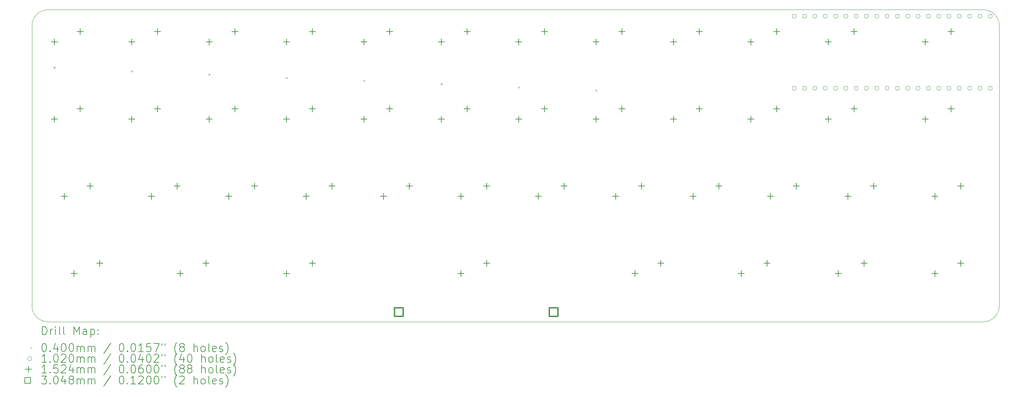
<source format=gbr>
%TF.GenerationSoftware,KiCad,Pcbnew,7.0.9*%
%TF.CreationDate,2024-02-13T22:10:16+01:00*%
%TF.ProjectId,bratski_keyboard,62726174-736b-4695-9f6b-6579626f6172,rev?*%
%TF.SameCoordinates,Original*%
%TF.FileFunction,Drillmap*%
%TF.FilePolarity,Positive*%
%FSLAX45Y45*%
G04 Gerber Fmt 4.5, Leading zero omitted, Abs format (unit mm)*
G04 Created by KiCad (PCBNEW 7.0.9) date 2024-02-13 22:10:16*
%MOMM*%
%LPD*%
G01*
G04 APERTURE LIST*
%ADD10C,0.100000*%
%ADD11C,0.200000*%
%ADD12C,0.102000*%
%ADD13C,0.152400*%
%ADD14C,0.304800*%
G04 APERTURE END LIST*
D10*
X3492500Y-4286250D02*
G75*
G03*
X3095625Y-4683125I0J-396875D01*
G01*
X3095625Y-11588750D02*
G75*
G03*
X3492500Y-11985625I396875J0D01*
G01*
X26511250Y-4286250D02*
X3492500Y-4286250D01*
X26908125Y-11588750D02*
X26908125Y-4683125D01*
X26908130Y-4683125D02*
G75*
G03*
X26511250Y-4286250I-396880J-5D01*
G01*
X3095625Y-4683125D02*
X3095625Y-11588750D01*
X26511250Y-11985625D02*
G75*
G03*
X26908125Y-11588750I0J396875D01*
G01*
X3492500Y-11985625D02*
X26511250Y-11985625D01*
D11*
D10*
X3631250Y-5695000D02*
X3671250Y-5735000D01*
X3671250Y-5695000D02*
X3631250Y-5735000D01*
X5536250Y-5783325D02*
X5576250Y-5823325D01*
X5576250Y-5783325D02*
X5536250Y-5823325D01*
X7441250Y-5862700D02*
X7481250Y-5902700D01*
X7481250Y-5862700D02*
X7441250Y-5902700D01*
X9346250Y-5942075D02*
X9386250Y-5982075D01*
X9386250Y-5942075D02*
X9346250Y-5982075D01*
X11251250Y-6021450D02*
X11291250Y-6061450D01*
X11291250Y-6021450D02*
X11251250Y-6061450D01*
X13156250Y-6100825D02*
X13196250Y-6140825D01*
X13196250Y-6100825D02*
X13156250Y-6140825D01*
X15061250Y-6180200D02*
X15101250Y-6220200D01*
X15101250Y-6180200D02*
X15061250Y-6220200D01*
X16966250Y-6259575D02*
X17006250Y-6299575D01*
X17006250Y-6259575D02*
X16966250Y-6299575D01*
D12*
X21910875Y-4445000D02*
G75*
G03*
X21910875Y-4445000I-51000J0D01*
G01*
X21910875Y-6223000D02*
G75*
G03*
X21910875Y-6223000I-51000J0D01*
G01*
X22164875Y-4445000D02*
G75*
G03*
X22164875Y-4445000I-51000J0D01*
G01*
X22164875Y-6223000D02*
G75*
G03*
X22164875Y-6223000I-51000J0D01*
G01*
X22418875Y-4445000D02*
G75*
G03*
X22418875Y-4445000I-51000J0D01*
G01*
X22418875Y-6223000D02*
G75*
G03*
X22418875Y-6223000I-51000J0D01*
G01*
X22672875Y-4445000D02*
G75*
G03*
X22672875Y-4445000I-51000J0D01*
G01*
X22672875Y-6223000D02*
G75*
G03*
X22672875Y-6223000I-51000J0D01*
G01*
X22926875Y-4445000D02*
G75*
G03*
X22926875Y-4445000I-51000J0D01*
G01*
X22926875Y-6223000D02*
G75*
G03*
X22926875Y-6223000I-51000J0D01*
G01*
X23180875Y-4445000D02*
G75*
G03*
X23180875Y-4445000I-51000J0D01*
G01*
X23180875Y-6223000D02*
G75*
G03*
X23180875Y-6223000I-51000J0D01*
G01*
X23434875Y-4445000D02*
G75*
G03*
X23434875Y-4445000I-51000J0D01*
G01*
X23434875Y-6223000D02*
G75*
G03*
X23434875Y-6223000I-51000J0D01*
G01*
X23688875Y-4445000D02*
G75*
G03*
X23688875Y-4445000I-51000J0D01*
G01*
X23688875Y-6223000D02*
G75*
G03*
X23688875Y-6223000I-51000J0D01*
G01*
X23942875Y-4445000D02*
G75*
G03*
X23942875Y-4445000I-51000J0D01*
G01*
X23942875Y-6223000D02*
G75*
G03*
X23942875Y-6223000I-51000J0D01*
G01*
X24196875Y-4445000D02*
G75*
G03*
X24196875Y-4445000I-51000J0D01*
G01*
X24196875Y-6223000D02*
G75*
G03*
X24196875Y-6223000I-51000J0D01*
G01*
X24450875Y-4445000D02*
G75*
G03*
X24450875Y-4445000I-51000J0D01*
G01*
X24450875Y-6223000D02*
G75*
G03*
X24450875Y-6223000I-51000J0D01*
G01*
X24704875Y-4445000D02*
G75*
G03*
X24704875Y-4445000I-51000J0D01*
G01*
X24704875Y-6223000D02*
G75*
G03*
X24704875Y-6223000I-51000J0D01*
G01*
X24958875Y-4445000D02*
G75*
G03*
X24958875Y-4445000I-51000J0D01*
G01*
X24958875Y-6223000D02*
G75*
G03*
X24958875Y-6223000I-51000J0D01*
G01*
X25212875Y-4445000D02*
G75*
G03*
X25212875Y-4445000I-51000J0D01*
G01*
X25212875Y-6223000D02*
G75*
G03*
X25212875Y-6223000I-51000J0D01*
G01*
X25466875Y-4445000D02*
G75*
G03*
X25466875Y-4445000I-51000J0D01*
G01*
X25466875Y-6223000D02*
G75*
G03*
X25466875Y-6223000I-51000J0D01*
G01*
X25720875Y-4445000D02*
G75*
G03*
X25720875Y-4445000I-51000J0D01*
G01*
X25720875Y-6223000D02*
G75*
G03*
X25720875Y-6223000I-51000J0D01*
G01*
X25974875Y-4445000D02*
G75*
G03*
X25974875Y-4445000I-51000J0D01*
G01*
X25974875Y-6223000D02*
G75*
G03*
X25974875Y-6223000I-51000J0D01*
G01*
X26228875Y-4445000D02*
G75*
G03*
X26228875Y-4445000I-51000J0D01*
G01*
X26228875Y-6223000D02*
G75*
G03*
X26228875Y-6223000I-51000J0D01*
G01*
X26482875Y-4445000D02*
G75*
G03*
X26482875Y-4445000I-51000J0D01*
G01*
X26482875Y-6223000D02*
G75*
G03*
X26482875Y-6223000I-51000J0D01*
G01*
X26736875Y-4445000D02*
G75*
G03*
X26736875Y-4445000I-51000J0D01*
G01*
X26736875Y-6223000D02*
G75*
G03*
X26736875Y-6223000I-51000J0D01*
G01*
D13*
X3651250Y-5003800D02*
X3651250Y-5156200D01*
X3575050Y-5080000D02*
X3727450Y-5080000D01*
X3651250Y-6908800D02*
X3651250Y-7061200D01*
X3575050Y-6985000D02*
X3727450Y-6985000D01*
X3889375Y-8813800D02*
X3889375Y-8966200D01*
X3813175Y-8890000D02*
X3965575Y-8890000D01*
X4127500Y-10718800D02*
X4127500Y-10871200D01*
X4051300Y-10795000D02*
X4203700Y-10795000D01*
X4286250Y-4749800D02*
X4286250Y-4902200D01*
X4210050Y-4826000D02*
X4362450Y-4826000D01*
X4286250Y-6654800D02*
X4286250Y-6807200D01*
X4210050Y-6731000D02*
X4362450Y-6731000D01*
X4524375Y-8559800D02*
X4524375Y-8712200D01*
X4448175Y-8636000D02*
X4600575Y-8636000D01*
X4762500Y-10464800D02*
X4762500Y-10617200D01*
X4686300Y-10541000D02*
X4838700Y-10541000D01*
X5556250Y-5003800D02*
X5556250Y-5156200D01*
X5480050Y-5080000D02*
X5632450Y-5080000D01*
X5556250Y-6908800D02*
X5556250Y-7061200D01*
X5480050Y-6985000D02*
X5632450Y-6985000D01*
X6032500Y-8813800D02*
X6032500Y-8966200D01*
X5956300Y-8890000D02*
X6108700Y-8890000D01*
X6191250Y-4749800D02*
X6191250Y-4902200D01*
X6115050Y-4826000D02*
X6267450Y-4826000D01*
X6191250Y-6654800D02*
X6191250Y-6807200D01*
X6115050Y-6731000D02*
X6267450Y-6731000D01*
X6667500Y-8559800D02*
X6667500Y-8712200D01*
X6591300Y-8636000D02*
X6743700Y-8636000D01*
X6746875Y-10718800D02*
X6746875Y-10871200D01*
X6670675Y-10795000D02*
X6823075Y-10795000D01*
X7381875Y-10464800D02*
X7381875Y-10617200D01*
X7305675Y-10541000D02*
X7458075Y-10541000D01*
X7461250Y-5003800D02*
X7461250Y-5156200D01*
X7385050Y-5080000D02*
X7537450Y-5080000D01*
X7461250Y-6908800D02*
X7461250Y-7061200D01*
X7385050Y-6985000D02*
X7537450Y-6985000D01*
X7937500Y-8813800D02*
X7937500Y-8966200D01*
X7861300Y-8890000D02*
X8013700Y-8890000D01*
X8096250Y-4749800D02*
X8096250Y-4902200D01*
X8020050Y-4826000D02*
X8172450Y-4826000D01*
X8096250Y-6654800D02*
X8096250Y-6807200D01*
X8020050Y-6731000D02*
X8172450Y-6731000D01*
X8572500Y-8559800D02*
X8572500Y-8712200D01*
X8496300Y-8636000D02*
X8648700Y-8636000D01*
X9366250Y-5003800D02*
X9366250Y-5156200D01*
X9290050Y-5080000D02*
X9442450Y-5080000D01*
X9366250Y-6908800D02*
X9366250Y-7061200D01*
X9290050Y-6985000D02*
X9442450Y-6985000D01*
X9366250Y-10718800D02*
X9366250Y-10871200D01*
X9290050Y-10795000D02*
X9442450Y-10795000D01*
X9842500Y-8813800D02*
X9842500Y-8966200D01*
X9766300Y-8890000D02*
X9918700Y-8890000D01*
X10001250Y-4749800D02*
X10001250Y-4902200D01*
X9925050Y-4826000D02*
X10077450Y-4826000D01*
X10001250Y-6654800D02*
X10001250Y-6807200D01*
X9925050Y-6731000D02*
X10077450Y-6731000D01*
X10001250Y-10464800D02*
X10001250Y-10617200D01*
X9925050Y-10541000D02*
X10077450Y-10541000D01*
X10477500Y-8559800D02*
X10477500Y-8712200D01*
X10401300Y-8636000D02*
X10553700Y-8636000D01*
X11271250Y-5003800D02*
X11271250Y-5156200D01*
X11195050Y-5080000D02*
X11347450Y-5080000D01*
X11271250Y-6908800D02*
X11271250Y-7061200D01*
X11195050Y-6985000D02*
X11347450Y-6985000D01*
X11747500Y-8813800D02*
X11747500Y-8966200D01*
X11671300Y-8890000D02*
X11823700Y-8890000D01*
X11906250Y-4749800D02*
X11906250Y-4902200D01*
X11830050Y-4826000D02*
X11982450Y-4826000D01*
X11906250Y-6654800D02*
X11906250Y-6807200D01*
X11830050Y-6731000D02*
X11982450Y-6731000D01*
X12382500Y-8559800D02*
X12382500Y-8712200D01*
X12306300Y-8636000D02*
X12458700Y-8636000D01*
X13176250Y-5003800D02*
X13176250Y-5156200D01*
X13100050Y-5080000D02*
X13252450Y-5080000D01*
X13176250Y-6908800D02*
X13176250Y-7061200D01*
X13100050Y-6985000D02*
X13252450Y-6985000D01*
X13652500Y-8813800D02*
X13652500Y-8966200D01*
X13576300Y-8890000D02*
X13728700Y-8890000D01*
X13652500Y-10718800D02*
X13652500Y-10871200D01*
X13576300Y-10795000D02*
X13728700Y-10795000D01*
X13811250Y-4749800D02*
X13811250Y-4902200D01*
X13735050Y-4826000D02*
X13887450Y-4826000D01*
X13811250Y-6654800D02*
X13811250Y-6807200D01*
X13735050Y-6731000D02*
X13887450Y-6731000D01*
X14287500Y-8559800D02*
X14287500Y-8712200D01*
X14211300Y-8636000D02*
X14363700Y-8636000D01*
X14287500Y-10464800D02*
X14287500Y-10617200D01*
X14211300Y-10541000D02*
X14363700Y-10541000D01*
X15081250Y-5003800D02*
X15081250Y-5156200D01*
X15005050Y-5080000D02*
X15157450Y-5080000D01*
X15081250Y-6908800D02*
X15081250Y-7061200D01*
X15005050Y-6985000D02*
X15157450Y-6985000D01*
X15557500Y-8813800D02*
X15557500Y-8966200D01*
X15481300Y-8890000D02*
X15633700Y-8890000D01*
X15716250Y-4749800D02*
X15716250Y-4902200D01*
X15640050Y-4826000D02*
X15792450Y-4826000D01*
X15716250Y-6654800D02*
X15716250Y-6807200D01*
X15640050Y-6731000D02*
X15792450Y-6731000D01*
X16192500Y-8559800D02*
X16192500Y-8712200D01*
X16116300Y-8636000D02*
X16268700Y-8636000D01*
X16986250Y-5003800D02*
X16986250Y-5156200D01*
X16910050Y-5080000D02*
X17062450Y-5080000D01*
X16986250Y-6908800D02*
X16986250Y-7061200D01*
X16910050Y-6985000D02*
X17062450Y-6985000D01*
X17462500Y-8813800D02*
X17462500Y-8966200D01*
X17386300Y-8890000D02*
X17538700Y-8890000D01*
X17621250Y-4749800D02*
X17621250Y-4902200D01*
X17545050Y-4826000D02*
X17697450Y-4826000D01*
X17621250Y-6654800D02*
X17621250Y-6807200D01*
X17545050Y-6731000D02*
X17697450Y-6731000D01*
X17938750Y-10718800D02*
X17938750Y-10871200D01*
X17862550Y-10795000D02*
X18014950Y-10795000D01*
X18097500Y-8559800D02*
X18097500Y-8712200D01*
X18021300Y-8636000D02*
X18173700Y-8636000D01*
X18573750Y-10464800D02*
X18573750Y-10617200D01*
X18497550Y-10541000D02*
X18649950Y-10541000D01*
X18891250Y-5003800D02*
X18891250Y-5156200D01*
X18815050Y-5080000D02*
X18967450Y-5080000D01*
X18891250Y-6908800D02*
X18891250Y-7061200D01*
X18815050Y-6985000D02*
X18967450Y-6985000D01*
X19367500Y-8813800D02*
X19367500Y-8966200D01*
X19291300Y-8890000D02*
X19443700Y-8890000D01*
X19526250Y-4749800D02*
X19526250Y-4902200D01*
X19450050Y-4826000D02*
X19602450Y-4826000D01*
X19526250Y-6654800D02*
X19526250Y-6807200D01*
X19450050Y-6731000D02*
X19602450Y-6731000D01*
X20002500Y-8559800D02*
X20002500Y-8712200D01*
X19926300Y-8636000D02*
X20078700Y-8636000D01*
X20558125Y-10718800D02*
X20558125Y-10871200D01*
X20481925Y-10795000D02*
X20634325Y-10795000D01*
X20796250Y-5003800D02*
X20796250Y-5156200D01*
X20720050Y-5080000D02*
X20872450Y-5080000D01*
X20796250Y-6908800D02*
X20796250Y-7061200D01*
X20720050Y-6985000D02*
X20872450Y-6985000D01*
X21193125Y-10464800D02*
X21193125Y-10617200D01*
X21116925Y-10541000D02*
X21269325Y-10541000D01*
X21272500Y-8813800D02*
X21272500Y-8966200D01*
X21196300Y-8890000D02*
X21348700Y-8890000D01*
X21431250Y-4749800D02*
X21431250Y-4902200D01*
X21355050Y-4826000D02*
X21507450Y-4826000D01*
X21431250Y-6654800D02*
X21431250Y-6807200D01*
X21355050Y-6731000D02*
X21507450Y-6731000D01*
X21907500Y-8559800D02*
X21907500Y-8712200D01*
X21831300Y-8636000D02*
X21983700Y-8636000D01*
X22701250Y-5003800D02*
X22701250Y-5156200D01*
X22625050Y-5080000D02*
X22777450Y-5080000D01*
X22701250Y-6908800D02*
X22701250Y-7061200D01*
X22625050Y-6985000D02*
X22777450Y-6985000D01*
X22939375Y-10718800D02*
X22939375Y-10871200D01*
X22863175Y-10795000D02*
X23015575Y-10795000D01*
X23177500Y-8813800D02*
X23177500Y-8966200D01*
X23101300Y-8890000D02*
X23253700Y-8890000D01*
X23336250Y-4749800D02*
X23336250Y-4902200D01*
X23260050Y-4826000D02*
X23412450Y-4826000D01*
X23336250Y-6654800D02*
X23336250Y-6807200D01*
X23260050Y-6731000D02*
X23412450Y-6731000D01*
X23574375Y-10464800D02*
X23574375Y-10617200D01*
X23498175Y-10541000D02*
X23650575Y-10541000D01*
X23812500Y-8559800D02*
X23812500Y-8712200D01*
X23736300Y-8636000D02*
X23888700Y-8636000D01*
X25082500Y-5003800D02*
X25082500Y-5156200D01*
X25006300Y-5080000D02*
X25158700Y-5080000D01*
X25082500Y-6908800D02*
X25082500Y-7061200D01*
X25006300Y-6985000D02*
X25158700Y-6985000D01*
X25320625Y-8813800D02*
X25320625Y-8966200D01*
X25244425Y-8890000D02*
X25396825Y-8890000D01*
X25320625Y-10718800D02*
X25320625Y-10871200D01*
X25244425Y-10795000D02*
X25396825Y-10795000D01*
X25717500Y-4749800D02*
X25717500Y-4902200D01*
X25641300Y-4826000D02*
X25793700Y-4826000D01*
X25717500Y-6654800D02*
X25717500Y-6807200D01*
X25641300Y-6731000D02*
X25793700Y-6731000D01*
X25955625Y-8559800D02*
X25955625Y-8712200D01*
X25879425Y-8636000D02*
X26031825Y-8636000D01*
X25955625Y-10464800D02*
X25955625Y-10617200D01*
X25879425Y-10541000D02*
X26031825Y-10541000D01*
D14*
X12236264Y-11855264D02*
X12236264Y-11639736D01*
X12020736Y-11639736D01*
X12020736Y-11855264D01*
X12236264Y-11855264D01*
X16046264Y-11855264D02*
X16046264Y-11639736D01*
X15830736Y-11639736D01*
X15830736Y-11855264D01*
X16046264Y-11855264D01*
D11*
X3351402Y-12302109D02*
X3351402Y-12102109D01*
X3351402Y-12102109D02*
X3399021Y-12102109D01*
X3399021Y-12102109D02*
X3427592Y-12111633D01*
X3427592Y-12111633D02*
X3446640Y-12130680D01*
X3446640Y-12130680D02*
X3456164Y-12149728D01*
X3456164Y-12149728D02*
X3465687Y-12187823D01*
X3465687Y-12187823D02*
X3465687Y-12216394D01*
X3465687Y-12216394D02*
X3456164Y-12254490D01*
X3456164Y-12254490D02*
X3446640Y-12273537D01*
X3446640Y-12273537D02*
X3427592Y-12292585D01*
X3427592Y-12292585D02*
X3399021Y-12302109D01*
X3399021Y-12302109D02*
X3351402Y-12302109D01*
X3551402Y-12302109D02*
X3551402Y-12168775D01*
X3551402Y-12206871D02*
X3560926Y-12187823D01*
X3560926Y-12187823D02*
X3570449Y-12178299D01*
X3570449Y-12178299D02*
X3589497Y-12168775D01*
X3589497Y-12168775D02*
X3608545Y-12168775D01*
X3675211Y-12302109D02*
X3675211Y-12168775D01*
X3675211Y-12102109D02*
X3665687Y-12111633D01*
X3665687Y-12111633D02*
X3675211Y-12121156D01*
X3675211Y-12121156D02*
X3684735Y-12111633D01*
X3684735Y-12111633D02*
X3675211Y-12102109D01*
X3675211Y-12102109D02*
X3675211Y-12121156D01*
X3799021Y-12302109D02*
X3779973Y-12292585D01*
X3779973Y-12292585D02*
X3770449Y-12273537D01*
X3770449Y-12273537D02*
X3770449Y-12102109D01*
X3903783Y-12302109D02*
X3884735Y-12292585D01*
X3884735Y-12292585D02*
X3875211Y-12273537D01*
X3875211Y-12273537D02*
X3875211Y-12102109D01*
X4132354Y-12302109D02*
X4132354Y-12102109D01*
X4132354Y-12102109D02*
X4199021Y-12244966D01*
X4199021Y-12244966D02*
X4265688Y-12102109D01*
X4265688Y-12102109D02*
X4265688Y-12302109D01*
X4446640Y-12302109D02*
X4446640Y-12197347D01*
X4446640Y-12197347D02*
X4437116Y-12178299D01*
X4437116Y-12178299D02*
X4418069Y-12168775D01*
X4418069Y-12168775D02*
X4379973Y-12168775D01*
X4379973Y-12168775D02*
X4360926Y-12178299D01*
X4446640Y-12292585D02*
X4427592Y-12302109D01*
X4427592Y-12302109D02*
X4379973Y-12302109D01*
X4379973Y-12302109D02*
X4360926Y-12292585D01*
X4360926Y-12292585D02*
X4351402Y-12273537D01*
X4351402Y-12273537D02*
X4351402Y-12254490D01*
X4351402Y-12254490D02*
X4360926Y-12235442D01*
X4360926Y-12235442D02*
X4379973Y-12225918D01*
X4379973Y-12225918D02*
X4427592Y-12225918D01*
X4427592Y-12225918D02*
X4446640Y-12216394D01*
X4541878Y-12168775D02*
X4541878Y-12368775D01*
X4541878Y-12178299D02*
X4560926Y-12168775D01*
X4560926Y-12168775D02*
X4599021Y-12168775D01*
X4599021Y-12168775D02*
X4618069Y-12178299D01*
X4618069Y-12178299D02*
X4627592Y-12187823D01*
X4627592Y-12187823D02*
X4637116Y-12206871D01*
X4637116Y-12206871D02*
X4637116Y-12264013D01*
X4637116Y-12264013D02*
X4627592Y-12283061D01*
X4627592Y-12283061D02*
X4618069Y-12292585D01*
X4618069Y-12292585D02*
X4599021Y-12302109D01*
X4599021Y-12302109D02*
X4560926Y-12302109D01*
X4560926Y-12302109D02*
X4541878Y-12292585D01*
X4722830Y-12283061D02*
X4732354Y-12292585D01*
X4732354Y-12292585D02*
X4722830Y-12302109D01*
X4722830Y-12302109D02*
X4713307Y-12292585D01*
X4713307Y-12292585D02*
X4722830Y-12283061D01*
X4722830Y-12283061D02*
X4722830Y-12302109D01*
X4722830Y-12178299D02*
X4732354Y-12187823D01*
X4732354Y-12187823D02*
X4722830Y-12197347D01*
X4722830Y-12197347D02*
X4713307Y-12187823D01*
X4713307Y-12187823D02*
X4722830Y-12178299D01*
X4722830Y-12178299D02*
X4722830Y-12197347D01*
D10*
X3050625Y-12610625D02*
X3090625Y-12650625D01*
X3090625Y-12610625D02*
X3050625Y-12650625D01*
D11*
X3389497Y-12522109D02*
X3408545Y-12522109D01*
X3408545Y-12522109D02*
X3427592Y-12531633D01*
X3427592Y-12531633D02*
X3437116Y-12541156D01*
X3437116Y-12541156D02*
X3446640Y-12560204D01*
X3446640Y-12560204D02*
X3456164Y-12598299D01*
X3456164Y-12598299D02*
X3456164Y-12645918D01*
X3456164Y-12645918D02*
X3446640Y-12684013D01*
X3446640Y-12684013D02*
X3437116Y-12703061D01*
X3437116Y-12703061D02*
X3427592Y-12712585D01*
X3427592Y-12712585D02*
X3408545Y-12722109D01*
X3408545Y-12722109D02*
X3389497Y-12722109D01*
X3389497Y-12722109D02*
X3370449Y-12712585D01*
X3370449Y-12712585D02*
X3360926Y-12703061D01*
X3360926Y-12703061D02*
X3351402Y-12684013D01*
X3351402Y-12684013D02*
X3341878Y-12645918D01*
X3341878Y-12645918D02*
X3341878Y-12598299D01*
X3341878Y-12598299D02*
X3351402Y-12560204D01*
X3351402Y-12560204D02*
X3360926Y-12541156D01*
X3360926Y-12541156D02*
X3370449Y-12531633D01*
X3370449Y-12531633D02*
X3389497Y-12522109D01*
X3541878Y-12703061D02*
X3551402Y-12712585D01*
X3551402Y-12712585D02*
X3541878Y-12722109D01*
X3541878Y-12722109D02*
X3532354Y-12712585D01*
X3532354Y-12712585D02*
X3541878Y-12703061D01*
X3541878Y-12703061D02*
X3541878Y-12722109D01*
X3722830Y-12588775D02*
X3722830Y-12722109D01*
X3675211Y-12512585D02*
X3627592Y-12655442D01*
X3627592Y-12655442D02*
X3751402Y-12655442D01*
X3865687Y-12522109D02*
X3884735Y-12522109D01*
X3884735Y-12522109D02*
X3903783Y-12531633D01*
X3903783Y-12531633D02*
X3913307Y-12541156D01*
X3913307Y-12541156D02*
X3922830Y-12560204D01*
X3922830Y-12560204D02*
X3932354Y-12598299D01*
X3932354Y-12598299D02*
X3932354Y-12645918D01*
X3932354Y-12645918D02*
X3922830Y-12684013D01*
X3922830Y-12684013D02*
X3913307Y-12703061D01*
X3913307Y-12703061D02*
X3903783Y-12712585D01*
X3903783Y-12712585D02*
X3884735Y-12722109D01*
X3884735Y-12722109D02*
X3865687Y-12722109D01*
X3865687Y-12722109D02*
X3846640Y-12712585D01*
X3846640Y-12712585D02*
X3837116Y-12703061D01*
X3837116Y-12703061D02*
X3827592Y-12684013D01*
X3827592Y-12684013D02*
X3818068Y-12645918D01*
X3818068Y-12645918D02*
X3818068Y-12598299D01*
X3818068Y-12598299D02*
X3827592Y-12560204D01*
X3827592Y-12560204D02*
X3837116Y-12541156D01*
X3837116Y-12541156D02*
X3846640Y-12531633D01*
X3846640Y-12531633D02*
X3865687Y-12522109D01*
X4056164Y-12522109D02*
X4075211Y-12522109D01*
X4075211Y-12522109D02*
X4094259Y-12531633D01*
X4094259Y-12531633D02*
X4103783Y-12541156D01*
X4103783Y-12541156D02*
X4113307Y-12560204D01*
X4113307Y-12560204D02*
X4122830Y-12598299D01*
X4122830Y-12598299D02*
X4122830Y-12645918D01*
X4122830Y-12645918D02*
X4113307Y-12684013D01*
X4113307Y-12684013D02*
X4103783Y-12703061D01*
X4103783Y-12703061D02*
X4094259Y-12712585D01*
X4094259Y-12712585D02*
X4075211Y-12722109D01*
X4075211Y-12722109D02*
X4056164Y-12722109D01*
X4056164Y-12722109D02*
X4037116Y-12712585D01*
X4037116Y-12712585D02*
X4027592Y-12703061D01*
X4027592Y-12703061D02*
X4018068Y-12684013D01*
X4018068Y-12684013D02*
X4008545Y-12645918D01*
X4008545Y-12645918D02*
X4008545Y-12598299D01*
X4008545Y-12598299D02*
X4018068Y-12560204D01*
X4018068Y-12560204D02*
X4027592Y-12541156D01*
X4027592Y-12541156D02*
X4037116Y-12531633D01*
X4037116Y-12531633D02*
X4056164Y-12522109D01*
X4208545Y-12722109D02*
X4208545Y-12588775D01*
X4208545Y-12607823D02*
X4218069Y-12598299D01*
X4218069Y-12598299D02*
X4237116Y-12588775D01*
X4237116Y-12588775D02*
X4265688Y-12588775D01*
X4265688Y-12588775D02*
X4284735Y-12598299D01*
X4284735Y-12598299D02*
X4294259Y-12617347D01*
X4294259Y-12617347D02*
X4294259Y-12722109D01*
X4294259Y-12617347D02*
X4303783Y-12598299D01*
X4303783Y-12598299D02*
X4322830Y-12588775D01*
X4322830Y-12588775D02*
X4351402Y-12588775D01*
X4351402Y-12588775D02*
X4370450Y-12598299D01*
X4370450Y-12598299D02*
X4379973Y-12617347D01*
X4379973Y-12617347D02*
X4379973Y-12722109D01*
X4475211Y-12722109D02*
X4475211Y-12588775D01*
X4475211Y-12607823D02*
X4484735Y-12598299D01*
X4484735Y-12598299D02*
X4503783Y-12588775D01*
X4503783Y-12588775D02*
X4532354Y-12588775D01*
X4532354Y-12588775D02*
X4551402Y-12598299D01*
X4551402Y-12598299D02*
X4560926Y-12617347D01*
X4560926Y-12617347D02*
X4560926Y-12722109D01*
X4560926Y-12617347D02*
X4570450Y-12598299D01*
X4570450Y-12598299D02*
X4589497Y-12588775D01*
X4589497Y-12588775D02*
X4618069Y-12588775D01*
X4618069Y-12588775D02*
X4637116Y-12598299D01*
X4637116Y-12598299D02*
X4646640Y-12617347D01*
X4646640Y-12617347D02*
X4646640Y-12722109D01*
X5037116Y-12512585D02*
X4865688Y-12769728D01*
X5294259Y-12522109D02*
X5313307Y-12522109D01*
X5313307Y-12522109D02*
X5332354Y-12531633D01*
X5332354Y-12531633D02*
X5341878Y-12541156D01*
X5341878Y-12541156D02*
X5351402Y-12560204D01*
X5351402Y-12560204D02*
X5360926Y-12598299D01*
X5360926Y-12598299D02*
X5360926Y-12645918D01*
X5360926Y-12645918D02*
X5351402Y-12684013D01*
X5351402Y-12684013D02*
X5341878Y-12703061D01*
X5341878Y-12703061D02*
X5332354Y-12712585D01*
X5332354Y-12712585D02*
X5313307Y-12722109D01*
X5313307Y-12722109D02*
X5294259Y-12722109D01*
X5294259Y-12722109D02*
X5275212Y-12712585D01*
X5275212Y-12712585D02*
X5265688Y-12703061D01*
X5265688Y-12703061D02*
X5256164Y-12684013D01*
X5256164Y-12684013D02*
X5246640Y-12645918D01*
X5246640Y-12645918D02*
X5246640Y-12598299D01*
X5246640Y-12598299D02*
X5256164Y-12560204D01*
X5256164Y-12560204D02*
X5265688Y-12541156D01*
X5265688Y-12541156D02*
X5275212Y-12531633D01*
X5275212Y-12531633D02*
X5294259Y-12522109D01*
X5446640Y-12703061D02*
X5456164Y-12712585D01*
X5456164Y-12712585D02*
X5446640Y-12722109D01*
X5446640Y-12722109D02*
X5437116Y-12712585D01*
X5437116Y-12712585D02*
X5446640Y-12703061D01*
X5446640Y-12703061D02*
X5446640Y-12722109D01*
X5579973Y-12522109D02*
X5599021Y-12522109D01*
X5599021Y-12522109D02*
X5618069Y-12531633D01*
X5618069Y-12531633D02*
X5627592Y-12541156D01*
X5627592Y-12541156D02*
X5637116Y-12560204D01*
X5637116Y-12560204D02*
X5646640Y-12598299D01*
X5646640Y-12598299D02*
X5646640Y-12645918D01*
X5646640Y-12645918D02*
X5637116Y-12684013D01*
X5637116Y-12684013D02*
X5627592Y-12703061D01*
X5627592Y-12703061D02*
X5618069Y-12712585D01*
X5618069Y-12712585D02*
X5599021Y-12722109D01*
X5599021Y-12722109D02*
X5579973Y-12722109D01*
X5579973Y-12722109D02*
X5560926Y-12712585D01*
X5560926Y-12712585D02*
X5551402Y-12703061D01*
X5551402Y-12703061D02*
X5541878Y-12684013D01*
X5541878Y-12684013D02*
X5532354Y-12645918D01*
X5532354Y-12645918D02*
X5532354Y-12598299D01*
X5532354Y-12598299D02*
X5541878Y-12560204D01*
X5541878Y-12560204D02*
X5551402Y-12541156D01*
X5551402Y-12541156D02*
X5560926Y-12531633D01*
X5560926Y-12531633D02*
X5579973Y-12522109D01*
X5837116Y-12722109D02*
X5722831Y-12722109D01*
X5779973Y-12722109D02*
X5779973Y-12522109D01*
X5779973Y-12522109D02*
X5760926Y-12550680D01*
X5760926Y-12550680D02*
X5741878Y-12569728D01*
X5741878Y-12569728D02*
X5722831Y-12579252D01*
X6018069Y-12522109D02*
X5922831Y-12522109D01*
X5922831Y-12522109D02*
X5913307Y-12617347D01*
X5913307Y-12617347D02*
X5922831Y-12607823D01*
X5922831Y-12607823D02*
X5941878Y-12598299D01*
X5941878Y-12598299D02*
X5989497Y-12598299D01*
X5989497Y-12598299D02*
X6008545Y-12607823D01*
X6008545Y-12607823D02*
X6018069Y-12617347D01*
X6018069Y-12617347D02*
X6027592Y-12636394D01*
X6027592Y-12636394D02*
X6027592Y-12684013D01*
X6027592Y-12684013D02*
X6018069Y-12703061D01*
X6018069Y-12703061D02*
X6008545Y-12712585D01*
X6008545Y-12712585D02*
X5989497Y-12722109D01*
X5989497Y-12722109D02*
X5941878Y-12722109D01*
X5941878Y-12722109D02*
X5922831Y-12712585D01*
X5922831Y-12712585D02*
X5913307Y-12703061D01*
X6094259Y-12522109D02*
X6227592Y-12522109D01*
X6227592Y-12522109D02*
X6141878Y-12722109D01*
X6294259Y-12522109D02*
X6294259Y-12560204D01*
X6370450Y-12522109D02*
X6370450Y-12560204D01*
X6665688Y-12798299D02*
X6656164Y-12788775D01*
X6656164Y-12788775D02*
X6637116Y-12760204D01*
X6637116Y-12760204D02*
X6627593Y-12741156D01*
X6627593Y-12741156D02*
X6618069Y-12712585D01*
X6618069Y-12712585D02*
X6608545Y-12664966D01*
X6608545Y-12664966D02*
X6608545Y-12626871D01*
X6608545Y-12626871D02*
X6618069Y-12579252D01*
X6618069Y-12579252D02*
X6627593Y-12550680D01*
X6627593Y-12550680D02*
X6637116Y-12531633D01*
X6637116Y-12531633D02*
X6656164Y-12503061D01*
X6656164Y-12503061D02*
X6665688Y-12493537D01*
X6770450Y-12607823D02*
X6751402Y-12598299D01*
X6751402Y-12598299D02*
X6741878Y-12588775D01*
X6741878Y-12588775D02*
X6732354Y-12569728D01*
X6732354Y-12569728D02*
X6732354Y-12560204D01*
X6732354Y-12560204D02*
X6741878Y-12541156D01*
X6741878Y-12541156D02*
X6751402Y-12531633D01*
X6751402Y-12531633D02*
X6770450Y-12522109D01*
X6770450Y-12522109D02*
X6808545Y-12522109D01*
X6808545Y-12522109D02*
X6827593Y-12531633D01*
X6827593Y-12531633D02*
X6837116Y-12541156D01*
X6837116Y-12541156D02*
X6846640Y-12560204D01*
X6846640Y-12560204D02*
X6846640Y-12569728D01*
X6846640Y-12569728D02*
X6837116Y-12588775D01*
X6837116Y-12588775D02*
X6827593Y-12598299D01*
X6827593Y-12598299D02*
X6808545Y-12607823D01*
X6808545Y-12607823D02*
X6770450Y-12607823D01*
X6770450Y-12607823D02*
X6751402Y-12617347D01*
X6751402Y-12617347D02*
X6741878Y-12626871D01*
X6741878Y-12626871D02*
X6732354Y-12645918D01*
X6732354Y-12645918D02*
X6732354Y-12684013D01*
X6732354Y-12684013D02*
X6741878Y-12703061D01*
X6741878Y-12703061D02*
X6751402Y-12712585D01*
X6751402Y-12712585D02*
X6770450Y-12722109D01*
X6770450Y-12722109D02*
X6808545Y-12722109D01*
X6808545Y-12722109D02*
X6827593Y-12712585D01*
X6827593Y-12712585D02*
X6837116Y-12703061D01*
X6837116Y-12703061D02*
X6846640Y-12684013D01*
X6846640Y-12684013D02*
X6846640Y-12645918D01*
X6846640Y-12645918D02*
X6837116Y-12626871D01*
X6837116Y-12626871D02*
X6827593Y-12617347D01*
X6827593Y-12617347D02*
X6808545Y-12607823D01*
X7084735Y-12722109D02*
X7084735Y-12522109D01*
X7170450Y-12722109D02*
X7170450Y-12617347D01*
X7170450Y-12617347D02*
X7160926Y-12598299D01*
X7160926Y-12598299D02*
X7141878Y-12588775D01*
X7141878Y-12588775D02*
X7113307Y-12588775D01*
X7113307Y-12588775D02*
X7094259Y-12598299D01*
X7094259Y-12598299D02*
X7084735Y-12607823D01*
X7294259Y-12722109D02*
X7275212Y-12712585D01*
X7275212Y-12712585D02*
X7265688Y-12703061D01*
X7265688Y-12703061D02*
X7256164Y-12684013D01*
X7256164Y-12684013D02*
X7256164Y-12626871D01*
X7256164Y-12626871D02*
X7265688Y-12607823D01*
X7265688Y-12607823D02*
X7275212Y-12598299D01*
X7275212Y-12598299D02*
X7294259Y-12588775D01*
X7294259Y-12588775D02*
X7322831Y-12588775D01*
X7322831Y-12588775D02*
X7341878Y-12598299D01*
X7341878Y-12598299D02*
X7351402Y-12607823D01*
X7351402Y-12607823D02*
X7360926Y-12626871D01*
X7360926Y-12626871D02*
X7360926Y-12684013D01*
X7360926Y-12684013D02*
X7351402Y-12703061D01*
X7351402Y-12703061D02*
X7341878Y-12712585D01*
X7341878Y-12712585D02*
X7322831Y-12722109D01*
X7322831Y-12722109D02*
X7294259Y-12722109D01*
X7475212Y-12722109D02*
X7456164Y-12712585D01*
X7456164Y-12712585D02*
X7446640Y-12693537D01*
X7446640Y-12693537D02*
X7446640Y-12522109D01*
X7627593Y-12712585D02*
X7608545Y-12722109D01*
X7608545Y-12722109D02*
X7570450Y-12722109D01*
X7570450Y-12722109D02*
X7551402Y-12712585D01*
X7551402Y-12712585D02*
X7541878Y-12693537D01*
X7541878Y-12693537D02*
X7541878Y-12617347D01*
X7541878Y-12617347D02*
X7551402Y-12598299D01*
X7551402Y-12598299D02*
X7570450Y-12588775D01*
X7570450Y-12588775D02*
X7608545Y-12588775D01*
X7608545Y-12588775D02*
X7627593Y-12598299D01*
X7627593Y-12598299D02*
X7637116Y-12617347D01*
X7637116Y-12617347D02*
X7637116Y-12636394D01*
X7637116Y-12636394D02*
X7541878Y-12655442D01*
X7713307Y-12712585D02*
X7732355Y-12722109D01*
X7732355Y-12722109D02*
X7770450Y-12722109D01*
X7770450Y-12722109D02*
X7789497Y-12712585D01*
X7789497Y-12712585D02*
X7799021Y-12693537D01*
X7799021Y-12693537D02*
X7799021Y-12684013D01*
X7799021Y-12684013D02*
X7789497Y-12664966D01*
X7789497Y-12664966D02*
X7770450Y-12655442D01*
X7770450Y-12655442D02*
X7741878Y-12655442D01*
X7741878Y-12655442D02*
X7722831Y-12645918D01*
X7722831Y-12645918D02*
X7713307Y-12626871D01*
X7713307Y-12626871D02*
X7713307Y-12617347D01*
X7713307Y-12617347D02*
X7722831Y-12598299D01*
X7722831Y-12598299D02*
X7741878Y-12588775D01*
X7741878Y-12588775D02*
X7770450Y-12588775D01*
X7770450Y-12588775D02*
X7789497Y-12598299D01*
X7865688Y-12798299D02*
X7875212Y-12788775D01*
X7875212Y-12788775D02*
X7894259Y-12760204D01*
X7894259Y-12760204D02*
X7903783Y-12741156D01*
X7903783Y-12741156D02*
X7913307Y-12712585D01*
X7913307Y-12712585D02*
X7922831Y-12664966D01*
X7922831Y-12664966D02*
X7922831Y-12626871D01*
X7922831Y-12626871D02*
X7913307Y-12579252D01*
X7913307Y-12579252D02*
X7903783Y-12550680D01*
X7903783Y-12550680D02*
X7894259Y-12531633D01*
X7894259Y-12531633D02*
X7875212Y-12503061D01*
X7875212Y-12503061D02*
X7865688Y-12493537D01*
D12*
X3090625Y-12894625D02*
G75*
G03*
X3090625Y-12894625I-51000J0D01*
G01*
D11*
X3456164Y-12986109D02*
X3341878Y-12986109D01*
X3399021Y-12986109D02*
X3399021Y-12786109D01*
X3399021Y-12786109D02*
X3379973Y-12814680D01*
X3379973Y-12814680D02*
X3360926Y-12833728D01*
X3360926Y-12833728D02*
X3341878Y-12843252D01*
X3541878Y-12967061D02*
X3551402Y-12976585D01*
X3551402Y-12976585D02*
X3541878Y-12986109D01*
X3541878Y-12986109D02*
X3532354Y-12976585D01*
X3532354Y-12976585D02*
X3541878Y-12967061D01*
X3541878Y-12967061D02*
X3541878Y-12986109D01*
X3675211Y-12786109D02*
X3694259Y-12786109D01*
X3694259Y-12786109D02*
X3713307Y-12795633D01*
X3713307Y-12795633D02*
X3722830Y-12805156D01*
X3722830Y-12805156D02*
X3732354Y-12824204D01*
X3732354Y-12824204D02*
X3741878Y-12862299D01*
X3741878Y-12862299D02*
X3741878Y-12909918D01*
X3741878Y-12909918D02*
X3732354Y-12948013D01*
X3732354Y-12948013D02*
X3722830Y-12967061D01*
X3722830Y-12967061D02*
X3713307Y-12976585D01*
X3713307Y-12976585D02*
X3694259Y-12986109D01*
X3694259Y-12986109D02*
X3675211Y-12986109D01*
X3675211Y-12986109D02*
X3656164Y-12976585D01*
X3656164Y-12976585D02*
X3646640Y-12967061D01*
X3646640Y-12967061D02*
X3637116Y-12948013D01*
X3637116Y-12948013D02*
X3627592Y-12909918D01*
X3627592Y-12909918D02*
X3627592Y-12862299D01*
X3627592Y-12862299D02*
X3637116Y-12824204D01*
X3637116Y-12824204D02*
X3646640Y-12805156D01*
X3646640Y-12805156D02*
X3656164Y-12795633D01*
X3656164Y-12795633D02*
X3675211Y-12786109D01*
X3818068Y-12805156D02*
X3827592Y-12795633D01*
X3827592Y-12795633D02*
X3846640Y-12786109D01*
X3846640Y-12786109D02*
X3894259Y-12786109D01*
X3894259Y-12786109D02*
X3913307Y-12795633D01*
X3913307Y-12795633D02*
X3922830Y-12805156D01*
X3922830Y-12805156D02*
X3932354Y-12824204D01*
X3932354Y-12824204D02*
X3932354Y-12843252D01*
X3932354Y-12843252D02*
X3922830Y-12871823D01*
X3922830Y-12871823D02*
X3808545Y-12986109D01*
X3808545Y-12986109D02*
X3932354Y-12986109D01*
X4056164Y-12786109D02*
X4075211Y-12786109D01*
X4075211Y-12786109D02*
X4094259Y-12795633D01*
X4094259Y-12795633D02*
X4103783Y-12805156D01*
X4103783Y-12805156D02*
X4113307Y-12824204D01*
X4113307Y-12824204D02*
X4122830Y-12862299D01*
X4122830Y-12862299D02*
X4122830Y-12909918D01*
X4122830Y-12909918D02*
X4113307Y-12948013D01*
X4113307Y-12948013D02*
X4103783Y-12967061D01*
X4103783Y-12967061D02*
X4094259Y-12976585D01*
X4094259Y-12976585D02*
X4075211Y-12986109D01*
X4075211Y-12986109D02*
X4056164Y-12986109D01*
X4056164Y-12986109D02*
X4037116Y-12976585D01*
X4037116Y-12976585D02*
X4027592Y-12967061D01*
X4027592Y-12967061D02*
X4018068Y-12948013D01*
X4018068Y-12948013D02*
X4008545Y-12909918D01*
X4008545Y-12909918D02*
X4008545Y-12862299D01*
X4008545Y-12862299D02*
X4018068Y-12824204D01*
X4018068Y-12824204D02*
X4027592Y-12805156D01*
X4027592Y-12805156D02*
X4037116Y-12795633D01*
X4037116Y-12795633D02*
X4056164Y-12786109D01*
X4208545Y-12986109D02*
X4208545Y-12852775D01*
X4208545Y-12871823D02*
X4218069Y-12862299D01*
X4218069Y-12862299D02*
X4237116Y-12852775D01*
X4237116Y-12852775D02*
X4265688Y-12852775D01*
X4265688Y-12852775D02*
X4284735Y-12862299D01*
X4284735Y-12862299D02*
X4294259Y-12881347D01*
X4294259Y-12881347D02*
X4294259Y-12986109D01*
X4294259Y-12881347D02*
X4303783Y-12862299D01*
X4303783Y-12862299D02*
X4322830Y-12852775D01*
X4322830Y-12852775D02*
X4351402Y-12852775D01*
X4351402Y-12852775D02*
X4370450Y-12862299D01*
X4370450Y-12862299D02*
X4379973Y-12881347D01*
X4379973Y-12881347D02*
X4379973Y-12986109D01*
X4475211Y-12986109D02*
X4475211Y-12852775D01*
X4475211Y-12871823D02*
X4484735Y-12862299D01*
X4484735Y-12862299D02*
X4503783Y-12852775D01*
X4503783Y-12852775D02*
X4532354Y-12852775D01*
X4532354Y-12852775D02*
X4551402Y-12862299D01*
X4551402Y-12862299D02*
X4560926Y-12881347D01*
X4560926Y-12881347D02*
X4560926Y-12986109D01*
X4560926Y-12881347D02*
X4570450Y-12862299D01*
X4570450Y-12862299D02*
X4589497Y-12852775D01*
X4589497Y-12852775D02*
X4618069Y-12852775D01*
X4618069Y-12852775D02*
X4637116Y-12862299D01*
X4637116Y-12862299D02*
X4646640Y-12881347D01*
X4646640Y-12881347D02*
X4646640Y-12986109D01*
X5037116Y-12776585D02*
X4865688Y-13033728D01*
X5294259Y-12786109D02*
X5313307Y-12786109D01*
X5313307Y-12786109D02*
X5332354Y-12795633D01*
X5332354Y-12795633D02*
X5341878Y-12805156D01*
X5341878Y-12805156D02*
X5351402Y-12824204D01*
X5351402Y-12824204D02*
X5360926Y-12862299D01*
X5360926Y-12862299D02*
X5360926Y-12909918D01*
X5360926Y-12909918D02*
X5351402Y-12948013D01*
X5351402Y-12948013D02*
X5341878Y-12967061D01*
X5341878Y-12967061D02*
X5332354Y-12976585D01*
X5332354Y-12976585D02*
X5313307Y-12986109D01*
X5313307Y-12986109D02*
X5294259Y-12986109D01*
X5294259Y-12986109D02*
X5275212Y-12976585D01*
X5275212Y-12976585D02*
X5265688Y-12967061D01*
X5265688Y-12967061D02*
X5256164Y-12948013D01*
X5256164Y-12948013D02*
X5246640Y-12909918D01*
X5246640Y-12909918D02*
X5246640Y-12862299D01*
X5246640Y-12862299D02*
X5256164Y-12824204D01*
X5256164Y-12824204D02*
X5265688Y-12805156D01*
X5265688Y-12805156D02*
X5275212Y-12795633D01*
X5275212Y-12795633D02*
X5294259Y-12786109D01*
X5446640Y-12967061D02*
X5456164Y-12976585D01*
X5456164Y-12976585D02*
X5446640Y-12986109D01*
X5446640Y-12986109D02*
X5437116Y-12976585D01*
X5437116Y-12976585D02*
X5446640Y-12967061D01*
X5446640Y-12967061D02*
X5446640Y-12986109D01*
X5579973Y-12786109D02*
X5599021Y-12786109D01*
X5599021Y-12786109D02*
X5618069Y-12795633D01*
X5618069Y-12795633D02*
X5627592Y-12805156D01*
X5627592Y-12805156D02*
X5637116Y-12824204D01*
X5637116Y-12824204D02*
X5646640Y-12862299D01*
X5646640Y-12862299D02*
X5646640Y-12909918D01*
X5646640Y-12909918D02*
X5637116Y-12948013D01*
X5637116Y-12948013D02*
X5627592Y-12967061D01*
X5627592Y-12967061D02*
X5618069Y-12976585D01*
X5618069Y-12976585D02*
X5599021Y-12986109D01*
X5599021Y-12986109D02*
X5579973Y-12986109D01*
X5579973Y-12986109D02*
X5560926Y-12976585D01*
X5560926Y-12976585D02*
X5551402Y-12967061D01*
X5551402Y-12967061D02*
X5541878Y-12948013D01*
X5541878Y-12948013D02*
X5532354Y-12909918D01*
X5532354Y-12909918D02*
X5532354Y-12862299D01*
X5532354Y-12862299D02*
X5541878Y-12824204D01*
X5541878Y-12824204D02*
X5551402Y-12805156D01*
X5551402Y-12805156D02*
X5560926Y-12795633D01*
X5560926Y-12795633D02*
X5579973Y-12786109D01*
X5818069Y-12852775D02*
X5818069Y-12986109D01*
X5770450Y-12776585D02*
X5722831Y-12919442D01*
X5722831Y-12919442D02*
X5846640Y-12919442D01*
X5960926Y-12786109D02*
X5979973Y-12786109D01*
X5979973Y-12786109D02*
X5999021Y-12795633D01*
X5999021Y-12795633D02*
X6008545Y-12805156D01*
X6008545Y-12805156D02*
X6018069Y-12824204D01*
X6018069Y-12824204D02*
X6027592Y-12862299D01*
X6027592Y-12862299D02*
X6027592Y-12909918D01*
X6027592Y-12909918D02*
X6018069Y-12948013D01*
X6018069Y-12948013D02*
X6008545Y-12967061D01*
X6008545Y-12967061D02*
X5999021Y-12976585D01*
X5999021Y-12976585D02*
X5979973Y-12986109D01*
X5979973Y-12986109D02*
X5960926Y-12986109D01*
X5960926Y-12986109D02*
X5941878Y-12976585D01*
X5941878Y-12976585D02*
X5932354Y-12967061D01*
X5932354Y-12967061D02*
X5922831Y-12948013D01*
X5922831Y-12948013D02*
X5913307Y-12909918D01*
X5913307Y-12909918D02*
X5913307Y-12862299D01*
X5913307Y-12862299D02*
X5922831Y-12824204D01*
X5922831Y-12824204D02*
X5932354Y-12805156D01*
X5932354Y-12805156D02*
X5941878Y-12795633D01*
X5941878Y-12795633D02*
X5960926Y-12786109D01*
X6103783Y-12805156D02*
X6113307Y-12795633D01*
X6113307Y-12795633D02*
X6132354Y-12786109D01*
X6132354Y-12786109D02*
X6179973Y-12786109D01*
X6179973Y-12786109D02*
X6199021Y-12795633D01*
X6199021Y-12795633D02*
X6208545Y-12805156D01*
X6208545Y-12805156D02*
X6218069Y-12824204D01*
X6218069Y-12824204D02*
X6218069Y-12843252D01*
X6218069Y-12843252D02*
X6208545Y-12871823D01*
X6208545Y-12871823D02*
X6094259Y-12986109D01*
X6094259Y-12986109D02*
X6218069Y-12986109D01*
X6294259Y-12786109D02*
X6294259Y-12824204D01*
X6370450Y-12786109D02*
X6370450Y-12824204D01*
X6665688Y-13062299D02*
X6656164Y-13052775D01*
X6656164Y-13052775D02*
X6637116Y-13024204D01*
X6637116Y-13024204D02*
X6627593Y-13005156D01*
X6627593Y-13005156D02*
X6618069Y-12976585D01*
X6618069Y-12976585D02*
X6608545Y-12928966D01*
X6608545Y-12928966D02*
X6608545Y-12890871D01*
X6608545Y-12890871D02*
X6618069Y-12843252D01*
X6618069Y-12843252D02*
X6627593Y-12814680D01*
X6627593Y-12814680D02*
X6637116Y-12795633D01*
X6637116Y-12795633D02*
X6656164Y-12767061D01*
X6656164Y-12767061D02*
X6665688Y-12757537D01*
X6827593Y-12852775D02*
X6827593Y-12986109D01*
X6779973Y-12776585D02*
X6732354Y-12919442D01*
X6732354Y-12919442D02*
X6856164Y-12919442D01*
X6970450Y-12786109D02*
X6989497Y-12786109D01*
X6989497Y-12786109D02*
X7008545Y-12795633D01*
X7008545Y-12795633D02*
X7018069Y-12805156D01*
X7018069Y-12805156D02*
X7027593Y-12824204D01*
X7027593Y-12824204D02*
X7037116Y-12862299D01*
X7037116Y-12862299D02*
X7037116Y-12909918D01*
X7037116Y-12909918D02*
X7027593Y-12948013D01*
X7027593Y-12948013D02*
X7018069Y-12967061D01*
X7018069Y-12967061D02*
X7008545Y-12976585D01*
X7008545Y-12976585D02*
X6989497Y-12986109D01*
X6989497Y-12986109D02*
X6970450Y-12986109D01*
X6970450Y-12986109D02*
X6951402Y-12976585D01*
X6951402Y-12976585D02*
X6941878Y-12967061D01*
X6941878Y-12967061D02*
X6932354Y-12948013D01*
X6932354Y-12948013D02*
X6922831Y-12909918D01*
X6922831Y-12909918D02*
X6922831Y-12862299D01*
X6922831Y-12862299D02*
X6932354Y-12824204D01*
X6932354Y-12824204D02*
X6941878Y-12805156D01*
X6941878Y-12805156D02*
X6951402Y-12795633D01*
X6951402Y-12795633D02*
X6970450Y-12786109D01*
X7275212Y-12986109D02*
X7275212Y-12786109D01*
X7360926Y-12986109D02*
X7360926Y-12881347D01*
X7360926Y-12881347D02*
X7351402Y-12862299D01*
X7351402Y-12862299D02*
X7332355Y-12852775D01*
X7332355Y-12852775D02*
X7303783Y-12852775D01*
X7303783Y-12852775D02*
X7284735Y-12862299D01*
X7284735Y-12862299D02*
X7275212Y-12871823D01*
X7484735Y-12986109D02*
X7465688Y-12976585D01*
X7465688Y-12976585D02*
X7456164Y-12967061D01*
X7456164Y-12967061D02*
X7446640Y-12948013D01*
X7446640Y-12948013D02*
X7446640Y-12890871D01*
X7446640Y-12890871D02*
X7456164Y-12871823D01*
X7456164Y-12871823D02*
X7465688Y-12862299D01*
X7465688Y-12862299D02*
X7484735Y-12852775D01*
X7484735Y-12852775D02*
X7513307Y-12852775D01*
X7513307Y-12852775D02*
X7532355Y-12862299D01*
X7532355Y-12862299D02*
X7541878Y-12871823D01*
X7541878Y-12871823D02*
X7551402Y-12890871D01*
X7551402Y-12890871D02*
X7551402Y-12948013D01*
X7551402Y-12948013D02*
X7541878Y-12967061D01*
X7541878Y-12967061D02*
X7532355Y-12976585D01*
X7532355Y-12976585D02*
X7513307Y-12986109D01*
X7513307Y-12986109D02*
X7484735Y-12986109D01*
X7665688Y-12986109D02*
X7646640Y-12976585D01*
X7646640Y-12976585D02*
X7637116Y-12957537D01*
X7637116Y-12957537D02*
X7637116Y-12786109D01*
X7818069Y-12976585D02*
X7799021Y-12986109D01*
X7799021Y-12986109D02*
X7760926Y-12986109D01*
X7760926Y-12986109D02*
X7741878Y-12976585D01*
X7741878Y-12976585D02*
X7732355Y-12957537D01*
X7732355Y-12957537D02*
X7732355Y-12881347D01*
X7732355Y-12881347D02*
X7741878Y-12862299D01*
X7741878Y-12862299D02*
X7760926Y-12852775D01*
X7760926Y-12852775D02*
X7799021Y-12852775D01*
X7799021Y-12852775D02*
X7818069Y-12862299D01*
X7818069Y-12862299D02*
X7827593Y-12881347D01*
X7827593Y-12881347D02*
X7827593Y-12900394D01*
X7827593Y-12900394D02*
X7732355Y-12919442D01*
X7903783Y-12976585D02*
X7922831Y-12986109D01*
X7922831Y-12986109D02*
X7960926Y-12986109D01*
X7960926Y-12986109D02*
X7979974Y-12976585D01*
X7979974Y-12976585D02*
X7989497Y-12957537D01*
X7989497Y-12957537D02*
X7989497Y-12948013D01*
X7989497Y-12948013D02*
X7979974Y-12928966D01*
X7979974Y-12928966D02*
X7960926Y-12919442D01*
X7960926Y-12919442D02*
X7932355Y-12919442D01*
X7932355Y-12919442D02*
X7913307Y-12909918D01*
X7913307Y-12909918D02*
X7903783Y-12890871D01*
X7903783Y-12890871D02*
X7903783Y-12881347D01*
X7903783Y-12881347D02*
X7913307Y-12862299D01*
X7913307Y-12862299D02*
X7932355Y-12852775D01*
X7932355Y-12852775D02*
X7960926Y-12852775D01*
X7960926Y-12852775D02*
X7979974Y-12862299D01*
X8056164Y-13062299D02*
X8065688Y-13052775D01*
X8065688Y-13052775D02*
X8084736Y-13024204D01*
X8084736Y-13024204D02*
X8094259Y-13005156D01*
X8094259Y-13005156D02*
X8103783Y-12976585D01*
X8103783Y-12976585D02*
X8113307Y-12928966D01*
X8113307Y-12928966D02*
X8113307Y-12890871D01*
X8113307Y-12890871D02*
X8103783Y-12843252D01*
X8103783Y-12843252D02*
X8094259Y-12814680D01*
X8094259Y-12814680D02*
X8084736Y-12795633D01*
X8084736Y-12795633D02*
X8065688Y-12767061D01*
X8065688Y-12767061D02*
X8056164Y-12757537D01*
D13*
X3014425Y-13082425D02*
X3014425Y-13234825D01*
X2938225Y-13158625D02*
X3090625Y-13158625D01*
D11*
X3456164Y-13250109D02*
X3341878Y-13250109D01*
X3399021Y-13250109D02*
X3399021Y-13050109D01*
X3399021Y-13050109D02*
X3379973Y-13078680D01*
X3379973Y-13078680D02*
X3360926Y-13097728D01*
X3360926Y-13097728D02*
X3341878Y-13107252D01*
X3541878Y-13231061D02*
X3551402Y-13240585D01*
X3551402Y-13240585D02*
X3541878Y-13250109D01*
X3541878Y-13250109D02*
X3532354Y-13240585D01*
X3532354Y-13240585D02*
X3541878Y-13231061D01*
X3541878Y-13231061D02*
X3541878Y-13250109D01*
X3732354Y-13050109D02*
X3637116Y-13050109D01*
X3637116Y-13050109D02*
X3627592Y-13145347D01*
X3627592Y-13145347D02*
X3637116Y-13135823D01*
X3637116Y-13135823D02*
X3656164Y-13126299D01*
X3656164Y-13126299D02*
X3703783Y-13126299D01*
X3703783Y-13126299D02*
X3722830Y-13135823D01*
X3722830Y-13135823D02*
X3732354Y-13145347D01*
X3732354Y-13145347D02*
X3741878Y-13164394D01*
X3741878Y-13164394D02*
X3741878Y-13212013D01*
X3741878Y-13212013D02*
X3732354Y-13231061D01*
X3732354Y-13231061D02*
X3722830Y-13240585D01*
X3722830Y-13240585D02*
X3703783Y-13250109D01*
X3703783Y-13250109D02*
X3656164Y-13250109D01*
X3656164Y-13250109D02*
X3637116Y-13240585D01*
X3637116Y-13240585D02*
X3627592Y-13231061D01*
X3818068Y-13069156D02*
X3827592Y-13059633D01*
X3827592Y-13059633D02*
X3846640Y-13050109D01*
X3846640Y-13050109D02*
X3894259Y-13050109D01*
X3894259Y-13050109D02*
X3913307Y-13059633D01*
X3913307Y-13059633D02*
X3922830Y-13069156D01*
X3922830Y-13069156D02*
X3932354Y-13088204D01*
X3932354Y-13088204D02*
X3932354Y-13107252D01*
X3932354Y-13107252D02*
X3922830Y-13135823D01*
X3922830Y-13135823D02*
X3808545Y-13250109D01*
X3808545Y-13250109D02*
X3932354Y-13250109D01*
X4103783Y-13116775D02*
X4103783Y-13250109D01*
X4056164Y-13040585D02*
X4008545Y-13183442D01*
X4008545Y-13183442D02*
X4132354Y-13183442D01*
X4208545Y-13250109D02*
X4208545Y-13116775D01*
X4208545Y-13135823D02*
X4218069Y-13126299D01*
X4218069Y-13126299D02*
X4237116Y-13116775D01*
X4237116Y-13116775D02*
X4265688Y-13116775D01*
X4265688Y-13116775D02*
X4284735Y-13126299D01*
X4284735Y-13126299D02*
X4294259Y-13145347D01*
X4294259Y-13145347D02*
X4294259Y-13250109D01*
X4294259Y-13145347D02*
X4303783Y-13126299D01*
X4303783Y-13126299D02*
X4322830Y-13116775D01*
X4322830Y-13116775D02*
X4351402Y-13116775D01*
X4351402Y-13116775D02*
X4370450Y-13126299D01*
X4370450Y-13126299D02*
X4379973Y-13145347D01*
X4379973Y-13145347D02*
X4379973Y-13250109D01*
X4475211Y-13250109D02*
X4475211Y-13116775D01*
X4475211Y-13135823D02*
X4484735Y-13126299D01*
X4484735Y-13126299D02*
X4503783Y-13116775D01*
X4503783Y-13116775D02*
X4532354Y-13116775D01*
X4532354Y-13116775D02*
X4551402Y-13126299D01*
X4551402Y-13126299D02*
X4560926Y-13145347D01*
X4560926Y-13145347D02*
X4560926Y-13250109D01*
X4560926Y-13145347D02*
X4570450Y-13126299D01*
X4570450Y-13126299D02*
X4589497Y-13116775D01*
X4589497Y-13116775D02*
X4618069Y-13116775D01*
X4618069Y-13116775D02*
X4637116Y-13126299D01*
X4637116Y-13126299D02*
X4646640Y-13145347D01*
X4646640Y-13145347D02*
X4646640Y-13250109D01*
X5037116Y-13040585D02*
X4865688Y-13297728D01*
X5294259Y-13050109D02*
X5313307Y-13050109D01*
X5313307Y-13050109D02*
X5332354Y-13059633D01*
X5332354Y-13059633D02*
X5341878Y-13069156D01*
X5341878Y-13069156D02*
X5351402Y-13088204D01*
X5351402Y-13088204D02*
X5360926Y-13126299D01*
X5360926Y-13126299D02*
X5360926Y-13173918D01*
X5360926Y-13173918D02*
X5351402Y-13212013D01*
X5351402Y-13212013D02*
X5341878Y-13231061D01*
X5341878Y-13231061D02*
X5332354Y-13240585D01*
X5332354Y-13240585D02*
X5313307Y-13250109D01*
X5313307Y-13250109D02*
X5294259Y-13250109D01*
X5294259Y-13250109D02*
X5275212Y-13240585D01*
X5275212Y-13240585D02*
X5265688Y-13231061D01*
X5265688Y-13231061D02*
X5256164Y-13212013D01*
X5256164Y-13212013D02*
X5246640Y-13173918D01*
X5246640Y-13173918D02*
X5246640Y-13126299D01*
X5246640Y-13126299D02*
X5256164Y-13088204D01*
X5256164Y-13088204D02*
X5265688Y-13069156D01*
X5265688Y-13069156D02*
X5275212Y-13059633D01*
X5275212Y-13059633D02*
X5294259Y-13050109D01*
X5446640Y-13231061D02*
X5456164Y-13240585D01*
X5456164Y-13240585D02*
X5446640Y-13250109D01*
X5446640Y-13250109D02*
X5437116Y-13240585D01*
X5437116Y-13240585D02*
X5446640Y-13231061D01*
X5446640Y-13231061D02*
X5446640Y-13250109D01*
X5579973Y-13050109D02*
X5599021Y-13050109D01*
X5599021Y-13050109D02*
X5618069Y-13059633D01*
X5618069Y-13059633D02*
X5627592Y-13069156D01*
X5627592Y-13069156D02*
X5637116Y-13088204D01*
X5637116Y-13088204D02*
X5646640Y-13126299D01*
X5646640Y-13126299D02*
X5646640Y-13173918D01*
X5646640Y-13173918D02*
X5637116Y-13212013D01*
X5637116Y-13212013D02*
X5627592Y-13231061D01*
X5627592Y-13231061D02*
X5618069Y-13240585D01*
X5618069Y-13240585D02*
X5599021Y-13250109D01*
X5599021Y-13250109D02*
X5579973Y-13250109D01*
X5579973Y-13250109D02*
X5560926Y-13240585D01*
X5560926Y-13240585D02*
X5551402Y-13231061D01*
X5551402Y-13231061D02*
X5541878Y-13212013D01*
X5541878Y-13212013D02*
X5532354Y-13173918D01*
X5532354Y-13173918D02*
X5532354Y-13126299D01*
X5532354Y-13126299D02*
X5541878Y-13088204D01*
X5541878Y-13088204D02*
X5551402Y-13069156D01*
X5551402Y-13069156D02*
X5560926Y-13059633D01*
X5560926Y-13059633D02*
X5579973Y-13050109D01*
X5818069Y-13050109D02*
X5779973Y-13050109D01*
X5779973Y-13050109D02*
X5760926Y-13059633D01*
X5760926Y-13059633D02*
X5751402Y-13069156D01*
X5751402Y-13069156D02*
X5732354Y-13097728D01*
X5732354Y-13097728D02*
X5722831Y-13135823D01*
X5722831Y-13135823D02*
X5722831Y-13212013D01*
X5722831Y-13212013D02*
X5732354Y-13231061D01*
X5732354Y-13231061D02*
X5741878Y-13240585D01*
X5741878Y-13240585D02*
X5760926Y-13250109D01*
X5760926Y-13250109D02*
X5799021Y-13250109D01*
X5799021Y-13250109D02*
X5818069Y-13240585D01*
X5818069Y-13240585D02*
X5827592Y-13231061D01*
X5827592Y-13231061D02*
X5837116Y-13212013D01*
X5837116Y-13212013D02*
X5837116Y-13164394D01*
X5837116Y-13164394D02*
X5827592Y-13145347D01*
X5827592Y-13145347D02*
X5818069Y-13135823D01*
X5818069Y-13135823D02*
X5799021Y-13126299D01*
X5799021Y-13126299D02*
X5760926Y-13126299D01*
X5760926Y-13126299D02*
X5741878Y-13135823D01*
X5741878Y-13135823D02*
X5732354Y-13145347D01*
X5732354Y-13145347D02*
X5722831Y-13164394D01*
X5960926Y-13050109D02*
X5979973Y-13050109D01*
X5979973Y-13050109D02*
X5999021Y-13059633D01*
X5999021Y-13059633D02*
X6008545Y-13069156D01*
X6008545Y-13069156D02*
X6018069Y-13088204D01*
X6018069Y-13088204D02*
X6027592Y-13126299D01*
X6027592Y-13126299D02*
X6027592Y-13173918D01*
X6027592Y-13173918D02*
X6018069Y-13212013D01*
X6018069Y-13212013D02*
X6008545Y-13231061D01*
X6008545Y-13231061D02*
X5999021Y-13240585D01*
X5999021Y-13240585D02*
X5979973Y-13250109D01*
X5979973Y-13250109D02*
X5960926Y-13250109D01*
X5960926Y-13250109D02*
X5941878Y-13240585D01*
X5941878Y-13240585D02*
X5932354Y-13231061D01*
X5932354Y-13231061D02*
X5922831Y-13212013D01*
X5922831Y-13212013D02*
X5913307Y-13173918D01*
X5913307Y-13173918D02*
X5913307Y-13126299D01*
X5913307Y-13126299D02*
X5922831Y-13088204D01*
X5922831Y-13088204D02*
X5932354Y-13069156D01*
X5932354Y-13069156D02*
X5941878Y-13059633D01*
X5941878Y-13059633D02*
X5960926Y-13050109D01*
X6151402Y-13050109D02*
X6170450Y-13050109D01*
X6170450Y-13050109D02*
X6189497Y-13059633D01*
X6189497Y-13059633D02*
X6199021Y-13069156D01*
X6199021Y-13069156D02*
X6208545Y-13088204D01*
X6208545Y-13088204D02*
X6218069Y-13126299D01*
X6218069Y-13126299D02*
X6218069Y-13173918D01*
X6218069Y-13173918D02*
X6208545Y-13212013D01*
X6208545Y-13212013D02*
X6199021Y-13231061D01*
X6199021Y-13231061D02*
X6189497Y-13240585D01*
X6189497Y-13240585D02*
X6170450Y-13250109D01*
X6170450Y-13250109D02*
X6151402Y-13250109D01*
X6151402Y-13250109D02*
X6132354Y-13240585D01*
X6132354Y-13240585D02*
X6122831Y-13231061D01*
X6122831Y-13231061D02*
X6113307Y-13212013D01*
X6113307Y-13212013D02*
X6103783Y-13173918D01*
X6103783Y-13173918D02*
X6103783Y-13126299D01*
X6103783Y-13126299D02*
X6113307Y-13088204D01*
X6113307Y-13088204D02*
X6122831Y-13069156D01*
X6122831Y-13069156D02*
X6132354Y-13059633D01*
X6132354Y-13059633D02*
X6151402Y-13050109D01*
X6294259Y-13050109D02*
X6294259Y-13088204D01*
X6370450Y-13050109D02*
X6370450Y-13088204D01*
X6665688Y-13326299D02*
X6656164Y-13316775D01*
X6656164Y-13316775D02*
X6637116Y-13288204D01*
X6637116Y-13288204D02*
X6627593Y-13269156D01*
X6627593Y-13269156D02*
X6618069Y-13240585D01*
X6618069Y-13240585D02*
X6608545Y-13192966D01*
X6608545Y-13192966D02*
X6608545Y-13154871D01*
X6608545Y-13154871D02*
X6618069Y-13107252D01*
X6618069Y-13107252D02*
X6627593Y-13078680D01*
X6627593Y-13078680D02*
X6637116Y-13059633D01*
X6637116Y-13059633D02*
X6656164Y-13031061D01*
X6656164Y-13031061D02*
X6665688Y-13021537D01*
X6770450Y-13135823D02*
X6751402Y-13126299D01*
X6751402Y-13126299D02*
X6741878Y-13116775D01*
X6741878Y-13116775D02*
X6732354Y-13097728D01*
X6732354Y-13097728D02*
X6732354Y-13088204D01*
X6732354Y-13088204D02*
X6741878Y-13069156D01*
X6741878Y-13069156D02*
X6751402Y-13059633D01*
X6751402Y-13059633D02*
X6770450Y-13050109D01*
X6770450Y-13050109D02*
X6808545Y-13050109D01*
X6808545Y-13050109D02*
X6827593Y-13059633D01*
X6827593Y-13059633D02*
X6837116Y-13069156D01*
X6837116Y-13069156D02*
X6846640Y-13088204D01*
X6846640Y-13088204D02*
X6846640Y-13097728D01*
X6846640Y-13097728D02*
X6837116Y-13116775D01*
X6837116Y-13116775D02*
X6827593Y-13126299D01*
X6827593Y-13126299D02*
X6808545Y-13135823D01*
X6808545Y-13135823D02*
X6770450Y-13135823D01*
X6770450Y-13135823D02*
X6751402Y-13145347D01*
X6751402Y-13145347D02*
X6741878Y-13154871D01*
X6741878Y-13154871D02*
X6732354Y-13173918D01*
X6732354Y-13173918D02*
X6732354Y-13212013D01*
X6732354Y-13212013D02*
X6741878Y-13231061D01*
X6741878Y-13231061D02*
X6751402Y-13240585D01*
X6751402Y-13240585D02*
X6770450Y-13250109D01*
X6770450Y-13250109D02*
X6808545Y-13250109D01*
X6808545Y-13250109D02*
X6827593Y-13240585D01*
X6827593Y-13240585D02*
X6837116Y-13231061D01*
X6837116Y-13231061D02*
X6846640Y-13212013D01*
X6846640Y-13212013D02*
X6846640Y-13173918D01*
X6846640Y-13173918D02*
X6837116Y-13154871D01*
X6837116Y-13154871D02*
X6827593Y-13145347D01*
X6827593Y-13145347D02*
X6808545Y-13135823D01*
X6960926Y-13135823D02*
X6941878Y-13126299D01*
X6941878Y-13126299D02*
X6932354Y-13116775D01*
X6932354Y-13116775D02*
X6922831Y-13097728D01*
X6922831Y-13097728D02*
X6922831Y-13088204D01*
X6922831Y-13088204D02*
X6932354Y-13069156D01*
X6932354Y-13069156D02*
X6941878Y-13059633D01*
X6941878Y-13059633D02*
X6960926Y-13050109D01*
X6960926Y-13050109D02*
X6999021Y-13050109D01*
X6999021Y-13050109D02*
X7018069Y-13059633D01*
X7018069Y-13059633D02*
X7027593Y-13069156D01*
X7027593Y-13069156D02*
X7037116Y-13088204D01*
X7037116Y-13088204D02*
X7037116Y-13097728D01*
X7037116Y-13097728D02*
X7027593Y-13116775D01*
X7027593Y-13116775D02*
X7018069Y-13126299D01*
X7018069Y-13126299D02*
X6999021Y-13135823D01*
X6999021Y-13135823D02*
X6960926Y-13135823D01*
X6960926Y-13135823D02*
X6941878Y-13145347D01*
X6941878Y-13145347D02*
X6932354Y-13154871D01*
X6932354Y-13154871D02*
X6922831Y-13173918D01*
X6922831Y-13173918D02*
X6922831Y-13212013D01*
X6922831Y-13212013D02*
X6932354Y-13231061D01*
X6932354Y-13231061D02*
X6941878Y-13240585D01*
X6941878Y-13240585D02*
X6960926Y-13250109D01*
X6960926Y-13250109D02*
X6999021Y-13250109D01*
X6999021Y-13250109D02*
X7018069Y-13240585D01*
X7018069Y-13240585D02*
X7027593Y-13231061D01*
X7027593Y-13231061D02*
X7037116Y-13212013D01*
X7037116Y-13212013D02*
X7037116Y-13173918D01*
X7037116Y-13173918D02*
X7027593Y-13154871D01*
X7027593Y-13154871D02*
X7018069Y-13145347D01*
X7018069Y-13145347D02*
X6999021Y-13135823D01*
X7275212Y-13250109D02*
X7275212Y-13050109D01*
X7360926Y-13250109D02*
X7360926Y-13145347D01*
X7360926Y-13145347D02*
X7351402Y-13126299D01*
X7351402Y-13126299D02*
X7332355Y-13116775D01*
X7332355Y-13116775D02*
X7303783Y-13116775D01*
X7303783Y-13116775D02*
X7284735Y-13126299D01*
X7284735Y-13126299D02*
X7275212Y-13135823D01*
X7484735Y-13250109D02*
X7465688Y-13240585D01*
X7465688Y-13240585D02*
X7456164Y-13231061D01*
X7456164Y-13231061D02*
X7446640Y-13212013D01*
X7446640Y-13212013D02*
X7446640Y-13154871D01*
X7446640Y-13154871D02*
X7456164Y-13135823D01*
X7456164Y-13135823D02*
X7465688Y-13126299D01*
X7465688Y-13126299D02*
X7484735Y-13116775D01*
X7484735Y-13116775D02*
X7513307Y-13116775D01*
X7513307Y-13116775D02*
X7532355Y-13126299D01*
X7532355Y-13126299D02*
X7541878Y-13135823D01*
X7541878Y-13135823D02*
X7551402Y-13154871D01*
X7551402Y-13154871D02*
X7551402Y-13212013D01*
X7551402Y-13212013D02*
X7541878Y-13231061D01*
X7541878Y-13231061D02*
X7532355Y-13240585D01*
X7532355Y-13240585D02*
X7513307Y-13250109D01*
X7513307Y-13250109D02*
X7484735Y-13250109D01*
X7665688Y-13250109D02*
X7646640Y-13240585D01*
X7646640Y-13240585D02*
X7637116Y-13221537D01*
X7637116Y-13221537D02*
X7637116Y-13050109D01*
X7818069Y-13240585D02*
X7799021Y-13250109D01*
X7799021Y-13250109D02*
X7760926Y-13250109D01*
X7760926Y-13250109D02*
X7741878Y-13240585D01*
X7741878Y-13240585D02*
X7732355Y-13221537D01*
X7732355Y-13221537D02*
X7732355Y-13145347D01*
X7732355Y-13145347D02*
X7741878Y-13126299D01*
X7741878Y-13126299D02*
X7760926Y-13116775D01*
X7760926Y-13116775D02*
X7799021Y-13116775D01*
X7799021Y-13116775D02*
X7818069Y-13126299D01*
X7818069Y-13126299D02*
X7827593Y-13145347D01*
X7827593Y-13145347D02*
X7827593Y-13164394D01*
X7827593Y-13164394D02*
X7732355Y-13183442D01*
X7903783Y-13240585D02*
X7922831Y-13250109D01*
X7922831Y-13250109D02*
X7960926Y-13250109D01*
X7960926Y-13250109D02*
X7979974Y-13240585D01*
X7979974Y-13240585D02*
X7989497Y-13221537D01*
X7989497Y-13221537D02*
X7989497Y-13212013D01*
X7989497Y-13212013D02*
X7979974Y-13192966D01*
X7979974Y-13192966D02*
X7960926Y-13183442D01*
X7960926Y-13183442D02*
X7932355Y-13183442D01*
X7932355Y-13183442D02*
X7913307Y-13173918D01*
X7913307Y-13173918D02*
X7903783Y-13154871D01*
X7903783Y-13154871D02*
X7903783Y-13145347D01*
X7903783Y-13145347D02*
X7913307Y-13126299D01*
X7913307Y-13126299D02*
X7932355Y-13116775D01*
X7932355Y-13116775D02*
X7960926Y-13116775D01*
X7960926Y-13116775D02*
X7979974Y-13126299D01*
X8056164Y-13326299D02*
X8065688Y-13316775D01*
X8065688Y-13316775D02*
X8084736Y-13288204D01*
X8084736Y-13288204D02*
X8094259Y-13269156D01*
X8094259Y-13269156D02*
X8103783Y-13240585D01*
X8103783Y-13240585D02*
X8113307Y-13192966D01*
X8113307Y-13192966D02*
X8113307Y-13154871D01*
X8113307Y-13154871D02*
X8103783Y-13107252D01*
X8103783Y-13107252D02*
X8094259Y-13078680D01*
X8094259Y-13078680D02*
X8084736Y-13059633D01*
X8084736Y-13059633D02*
X8065688Y-13031061D01*
X8065688Y-13031061D02*
X8056164Y-13021537D01*
X3061336Y-13501736D02*
X3061336Y-13360314D01*
X2919914Y-13360314D01*
X2919914Y-13501736D01*
X3061336Y-13501736D01*
X3332354Y-13322509D02*
X3456164Y-13322509D01*
X3456164Y-13322509D02*
X3389497Y-13398699D01*
X3389497Y-13398699D02*
X3418068Y-13398699D01*
X3418068Y-13398699D02*
X3437116Y-13408223D01*
X3437116Y-13408223D02*
X3446640Y-13417747D01*
X3446640Y-13417747D02*
X3456164Y-13436794D01*
X3456164Y-13436794D02*
X3456164Y-13484413D01*
X3456164Y-13484413D02*
X3446640Y-13503461D01*
X3446640Y-13503461D02*
X3437116Y-13512985D01*
X3437116Y-13512985D02*
X3418068Y-13522509D01*
X3418068Y-13522509D02*
X3360926Y-13522509D01*
X3360926Y-13522509D02*
X3341878Y-13512985D01*
X3341878Y-13512985D02*
X3332354Y-13503461D01*
X3541878Y-13503461D02*
X3551402Y-13512985D01*
X3551402Y-13512985D02*
X3541878Y-13522509D01*
X3541878Y-13522509D02*
X3532354Y-13512985D01*
X3532354Y-13512985D02*
X3541878Y-13503461D01*
X3541878Y-13503461D02*
X3541878Y-13522509D01*
X3675211Y-13322509D02*
X3694259Y-13322509D01*
X3694259Y-13322509D02*
X3713307Y-13332033D01*
X3713307Y-13332033D02*
X3722830Y-13341556D01*
X3722830Y-13341556D02*
X3732354Y-13360604D01*
X3732354Y-13360604D02*
X3741878Y-13398699D01*
X3741878Y-13398699D02*
X3741878Y-13446318D01*
X3741878Y-13446318D02*
X3732354Y-13484413D01*
X3732354Y-13484413D02*
X3722830Y-13503461D01*
X3722830Y-13503461D02*
X3713307Y-13512985D01*
X3713307Y-13512985D02*
X3694259Y-13522509D01*
X3694259Y-13522509D02*
X3675211Y-13522509D01*
X3675211Y-13522509D02*
X3656164Y-13512985D01*
X3656164Y-13512985D02*
X3646640Y-13503461D01*
X3646640Y-13503461D02*
X3637116Y-13484413D01*
X3637116Y-13484413D02*
X3627592Y-13446318D01*
X3627592Y-13446318D02*
X3627592Y-13398699D01*
X3627592Y-13398699D02*
X3637116Y-13360604D01*
X3637116Y-13360604D02*
X3646640Y-13341556D01*
X3646640Y-13341556D02*
X3656164Y-13332033D01*
X3656164Y-13332033D02*
X3675211Y-13322509D01*
X3913307Y-13389175D02*
X3913307Y-13522509D01*
X3865687Y-13312985D02*
X3818068Y-13455842D01*
X3818068Y-13455842D02*
X3941878Y-13455842D01*
X4046640Y-13408223D02*
X4027592Y-13398699D01*
X4027592Y-13398699D02*
X4018068Y-13389175D01*
X4018068Y-13389175D02*
X4008545Y-13370128D01*
X4008545Y-13370128D02*
X4008545Y-13360604D01*
X4008545Y-13360604D02*
X4018068Y-13341556D01*
X4018068Y-13341556D02*
X4027592Y-13332033D01*
X4027592Y-13332033D02*
X4046640Y-13322509D01*
X4046640Y-13322509D02*
X4084735Y-13322509D01*
X4084735Y-13322509D02*
X4103783Y-13332033D01*
X4103783Y-13332033D02*
X4113307Y-13341556D01*
X4113307Y-13341556D02*
X4122830Y-13360604D01*
X4122830Y-13360604D02*
X4122830Y-13370128D01*
X4122830Y-13370128D02*
X4113307Y-13389175D01*
X4113307Y-13389175D02*
X4103783Y-13398699D01*
X4103783Y-13398699D02*
X4084735Y-13408223D01*
X4084735Y-13408223D02*
X4046640Y-13408223D01*
X4046640Y-13408223D02*
X4027592Y-13417747D01*
X4027592Y-13417747D02*
X4018068Y-13427271D01*
X4018068Y-13427271D02*
X4008545Y-13446318D01*
X4008545Y-13446318D02*
X4008545Y-13484413D01*
X4008545Y-13484413D02*
X4018068Y-13503461D01*
X4018068Y-13503461D02*
X4027592Y-13512985D01*
X4027592Y-13512985D02*
X4046640Y-13522509D01*
X4046640Y-13522509D02*
X4084735Y-13522509D01*
X4084735Y-13522509D02*
X4103783Y-13512985D01*
X4103783Y-13512985D02*
X4113307Y-13503461D01*
X4113307Y-13503461D02*
X4122830Y-13484413D01*
X4122830Y-13484413D02*
X4122830Y-13446318D01*
X4122830Y-13446318D02*
X4113307Y-13427271D01*
X4113307Y-13427271D02*
X4103783Y-13417747D01*
X4103783Y-13417747D02*
X4084735Y-13408223D01*
X4208545Y-13522509D02*
X4208545Y-13389175D01*
X4208545Y-13408223D02*
X4218069Y-13398699D01*
X4218069Y-13398699D02*
X4237116Y-13389175D01*
X4237116Y-13389175D02*
X4265688Y-13389175D01*
X4265688Y-13389175D02*
X4284735Y-13398699D01*
X4284735Y-13398699D02*
X4294259Y-13417747D01*
X4294259Y-13417747D02*
X4294259Y-13522509D01*
X4294259Y-13417747D02*
X4303783Y-13398699D01*
X4303783Y-13398699D02*
X4322830Y-13389175D01*
X4322830Y-13389175D02*
X4351402Y-13389175D01*
X4351402Y-13389175D02*
X4370450Y-13398699D01*
X4370450Y-13398699D02*
X4379973Y-13417747D01*
X4379973Y-13417747D02*
X4379973Y-13522509D01*
X4475211Y-13522509D02*
X4475211Y-13389175D01*
X4475211Y-13408223D02*
X4484735Y-13398699D01*
X4484735Y-13398699D02*
X4503783Y-13389175D01*
X4503783Y-13389175D02*
X4532354Y-13389175D01*
X4532354Y-13389175D02*
X4551402Y-13398699D01*
X4551402Y-13398699D02*
X4560926Y-13417747D01*
X4560926Y-13417747D02*
X4560926Y-13522509D01*
X4560926Y-13417747D02*
X4570450Y-13398699D01*
X4570450Y-13398699D02*
X4589497Y-13389175D01*
X4589497Y-13389175D02*
X4618069Y-13389175D01*
X4618069Y-13389175D02*
X4637116Y-13398699D01*
X4637116Y-13398699D02*
X4646640Y-13417747D01*
X4646640Y-13417747D02*
X4646640Y-13522509D01*
X5037116Y-13312985D02*
X4865688Y-13570128D01*
X5294259Y-13322509D02*
X5313307Y-13322509D01*
X5313307Y-13322509D02*
X5332354Y-13332033D01*
X5332354Y-13332033D02*
X5341878Y-13341556D01*
X5341878Y-13341556D02*
X5351402Y-13360604D01*
X5351402Y-13360604D02*
X5360926Y-13398699D01*
X5360926Y-13398699D02*
X5360926Y-13446318D01*
X5360926Y-13446318D02*
X5351402Y-13484413D01*
X5351402Y-13484413D02*
X5341878Y-13503461D01*
X5341878Y-13503461D02*
X5332354Y-13512985D01*
X5332354Y-13512985D02*
X5313307Y-13522509D01*
X5313307Y-13522509D02*
X5294259Y-13522509D01*
X5294259Y-13522509D02*
X5275212Y-13512985D01*
X5275212Y-13512985D02*
X5265688Y-13503461D01*
X5265688Y-13503461D02*
X5256164Y-13484413D01*
X5256164Y-13484413D02*
X5246640Y-13446318D01*
X5246640Y-13446318D02*
X5246640Y-13398699D01*
X5246640Y-13398699D02*
X5256164Y-13360604D01*
X5256164Y-13360604D02*
X5265688Y-13341556D01*
X5265688Y-13341556D02*
X5275212Y-13332033D01*
X5275212Y-13332033D02*
X5294259Y-13322509D01*
X5446640Y-13503461D02*
X5456164Y-13512985D01*
X5456164Y-13512985D02*
X5446640Y-13522509D01*
X5446640Y-13522509D02*
X5437116Y-13512985D01*
X5437116Y-13512985D02*
X5446640Y-13503461D01*
X5446640Y-13503461D02*
X5446640Y-13522509D01*
X5646640Y-13522509D02*
X5532354Y-13522509D01*
X5589497Y-13522509D02*
X5589497Y-13322509D01*
X5589497Y-13322509D02*
X5570450Y-13351080D01*
X5570450Y-13351080D02*
X5551402Y-13370128D01*
X5551402Y-13370128D02*
X5532354Y-13379652D01*
X5722831Y-13341556D02*
X5732354Y-13332033D01*
X5732354Y-13332033D02*
X5751402Y-13322509D01*
X5751402Y-13322509D02*
X5799021Y-13322509D01*
X5799021Y-13322509D02*
X5818069Y-13332033D01*
X5818069Y-13332033D02*
X5827592Y-13341556D01*
X5827592Y-13341556D02*
X5837116Y-13360604D01*
X5837116Y-13360604D02*
X5837116Y-13379652D01*
X5837116Y-13379652D02*
X5827592Y-13408223D01*
X5827592Y-13408223D02*
X5713307Y-13522509D01*
X5713307Y-13522509D02*
X5837116Y-13522509D01*
X5960926Y-13322509D02*
X5979973Y-13322509D01*
X5979973Y-13322509D02*
X5999021Y-13332033D01*
X5999021Y-13332033D02*
X6008545Y-13341556D01*
X6008545Y-13341556D02*
X6018069Y-13360604D01*
X6018069Y-13360604D02*
X6027592Y-13398699D01*
X6027592Y-13398699D02*
X6027592Y-13446318D01*
X6027592Y-13446318D02*
X6018069Y-13484413D01*
X6018069Y-13484413D02*
X6008545Y-13503461D01*
X6008545Y-13503461D02*
X5999021Y-13512985D01*
X5999021Y-13512985D02*
X5979973Y-13522509D01*
X5979973Y-13522509D02*
X5960926Y-13522509D01*
X5960926Y-13522509D02*
X5941878Y-13512985D01*
X5941878Y-13512985D02*
X5932354Y-13503461D01*
X5932354Y-13503461D02*
X5922831Y-13484413D01*
X5922831Y-13484413D02*
X5913307Y-13446318D01*
X5913307Y-13446318D02*
X5913307Y-13398699D01*
X5913307Y-13398699D02*
X5922831Y-13360604D01*
X5922831Y-13360604D02*
X5932354Y-13341556D01*
X5932354Y-13341556D02*
X5941878Y-13332033D01*
X5941878Y-13332033D02*
X5960926Y-13322509D01*
X6151402Y-13322509D02*
X6170450Y-13322509D01*
X6170450Y-13322509D02*
X6189497Y-13332033D01*
X6189497Y-13332033D02*
X6199021Y-13341556D01*
X6199021Y-13341556D02*
X6208545Y-13360604D01*
X6208545Y-13360604D02*
X6218069Y-13398699D01*
X6218069Y-13398699D02*
X6218069Y-13446318D01*
X6218069Y-13446318D02*
X6208545Y-13484413D01*
X6208545Y-13484413D02*
X6199021Y-13503461D01*
X6199021Y-13503461D02*
X6189497Y-13512985D01*
X6189497Y-13512985D02*
X6170450Y-13522509D01*
X6170450Y-13522509D02*
X6151402Y-13522509D01*
X6151402Y-13522509D02*
X6132354Y-13512985D01*
X6132354Y-13512985D02*
X6122831Y-13503461D01*
X6122831Y-13503461D02*
X6113307Y-13484413D01*
X6113307Y-13484413D02*
X6103783Y-13446318D01*
X6103783Y-13446318D02*
X6103783Y-13398699D01*
X6103783Y-13398699D02*
X6113307Y-13360604D01*
X6113307Y-13360604D02*
X6122831Y-13341556D01*
X6122831Y-13341556D02*
X6132354Y-13332033D01*
X6132354Y-13332033D02*
X6151402Y-13322509D01*
X6294259Y-13322509D02*
X6294259Y-13360604D01*
X6370450Y-13322509D02*
X6370450Y-13360604D01*
X6665688Y-13598699D02*
X6656164Y-13589175D01*
X6656164Y-13589175D02*
X6637116Y-13560604D01*
X6637116Y-13560604D02*
X6627593Y-13541556D01*
X6627593Y-13541556D02*
X6618069Y-13512985D01*
X6618069Y-13512985D02*
X6608545Y-13465366D01*
X6608545Y-13465366D02*
X6608545Y-13427271D01*
X6608545Y-13427271D02*
X6618069Y-13379652D01*
X6618069Y-13379652D02*
X6627593Y-13351080D01*
X6627593Y-13351080D02*
X6637116Y-13332033D01*
X6637116Y-13332033D02*
X6656164Y-13303461D01*
X6656164Y-13303461D02*
X6665688Y-13293937D01*
X6732354Y-13341556D02*
X6741878Y-13332033D01*
X6741878Y-13332033D02*
X6760926Y-13322509D01*
X6760926Y-13322509D02*
X6808545Y-13322509D01*
X6808545Y-13322509D02*
X6827593Y-13332033D01*
X6827593Y-13332033D02*
X6837116Y-13341556D01*
X6837116Y-13341556D02*
X6846640Y-13360604D01*
X6846640Y-13360604D02*
X6846640Y-13379652D01*
X6846640Y-13379652D02*
X6837116Y-13408223D01*
X6837116Y-13408223D02*
X6722831Y-13522509D01*
X6722831Y-13522509D02*
X6846640Y-13522509D01*
X7084735Y-13522509D02*
X7084735Y-13322509D01*
X7170450Y-13522509D02*
X7170450Y-13417747D01*
X7170450Y-13417747D02*
X7160926Y-13398699D01*
X7160926Y-13398699D02*
X7141878Y-13389175D01*
X7141878Y-13389175D02*
X7113307Y-13389175D01*
X7113307Y-13389175D02*
X7094259Y-13398699D01*
X7094259Y-13398699D02*
X7084735Y-13408223D01*
X7294259Y-13522509D02*
X7275212Y-13512985D01*
X7275212Y-13512985D02*
X7265688Y-13503461D01*
X7265688Y-13503461D02*
X7256164Y-13484413D01*
X7256164Y-13484413D02*
X7256164Y-13427271D01*
X7256164Y-13427271D02*
X7265688Y-13408223D01*
X7265688Y-13408223D02*
X7275212Y-13398699D01*
X7275212Y-13398699D02*
X7294259Y-13389175D01*
X7294259Y-13389175D02*
X7322831Y-13389175D01*
X7322831Y-13389175D02*
X7341878Y-13398699D01*
X7341878Y-13398699D02*
X7351402Y-13408223D01*
X7351402Y-13408223D02*
X7360926Y-13427271D01*
X7360926Y-13427271D02*
X7360926Y-13484413D01*
X7360926Y-13484413D02*
X7351402Y-13503461D01*
X7351402Y-13503461D02*
X7341878Y-13512985D01*
X7341878Y-13512985D02*
X7322831Y-13522509D01*
X7322831Y-13522509D02*
X7294259Y-13522509D01*
X7475212Y-13522509D02*
X7456164Y-13512985D01*
X7456164Y-13512985D02*
X7446640Y-13493937D01*
X7446640Y-13493937D02*
X7446640Y-13322509D01*
X7627593Y-13512985D02*
X7608545Y-13522509D01*
X7608545Y-13522509D02*
X7570450Y-13522509D01*
X7570450Y-13522509D02*
X7551402Y-13512985D01*
X7551402Y-13512985D02*
X7541878Y-13493937D01*
X7541878Y-13493937D02*
X7541878Y-13417747D01*
X7541878Y-13417747D02*
X7551402Y-13398699D01*
X7551402Y-13398699D02*
X7570450Y-13389175D01*
X7570450Y-13389175D02*
X7608545Y-13389175D01*
X7608545Y-13389175D02*
X7627593Y-13398699D01*
X7627593Y-13398699D02*
X7637116Y-13417747D01*
X7637116Y-13417747D02*
X7637116Y-13436794D01*
X7637116Y-13436794D02*
X7541878Y-13455842D01*
X7713307Y-13512985D02*
X7732355Y-13522509D01*
X7732355Y-13522509D02*
X7770450Y-13522509D01*
X7770450Y-13522509D02*
X7789497Y-13512985D01*
X7789497Y-13512985D02*
X7799021Y-13493937D01*
X7799021Y-13493937D02*
X7799021Y-13484413D01*
X7799021Y-13484413D02*
X7789497Y-13465366D01*
X7789497Y-13465366D02*
X7770450Y-13455842D01*
X7770450Y-13455842D02*
X7741878Y-13455842D01*
X7741878Y-13455842D02*
X7722831Y-13446318D01*
X7722831Y-13446318D02*
X7713307Y-13427271D01*
X7713307Y-13427271D02*
X7713307Y-13417747D01*
X7713307Y-13417747D02*
X7722831Y-13398699D01*
X7722831Y-13398699D02*
X7741878Y-13389175D01*
X7741878Y-13389175D02*
X7770450Y-13389175D01*
X7770450Y-13389175D02*
X7789497Y-13398699D01*
X7865688Y-13598699D02*
X7875212Y-13589175D01*
X7875212Y-13589175D02*
X7894259Y-13560604D01*
X7894259Y-13560604D02*
X7903783Y-13541556D01*
X7903783Y-13541556D02*
X7913307Y-13512985D01*
X7913307Y-13512985D02*
X7922831Y-13465366D01*
X7922831Y-13465366D02*
X7922831Y-13427271D01*
X7922831Y-13427271D02*
X7913307Y-13379652D01*
X7913307Y-13379652D02*
X7903783Y-13351080D01*
X7903783Y-13351080D02*
X7894259Y-13332033D01*
X7894259Y-13332033D02*
X7875212Y-13303461D01*
X7875212Y-13303461D02*
X7865688Y-13293937D01*
M02*

</source>
